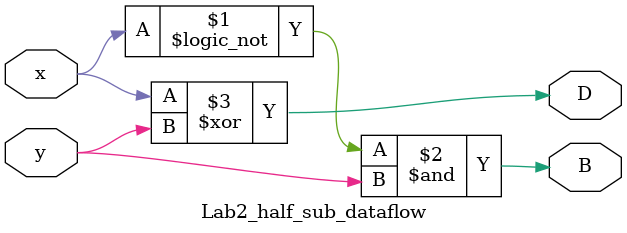
<source format=v>
module Lab2_half_sub_dataflow(output D,B, input x,y);

assign B=(!x)&y;
assign D=x^y;

endmodule

</source>
